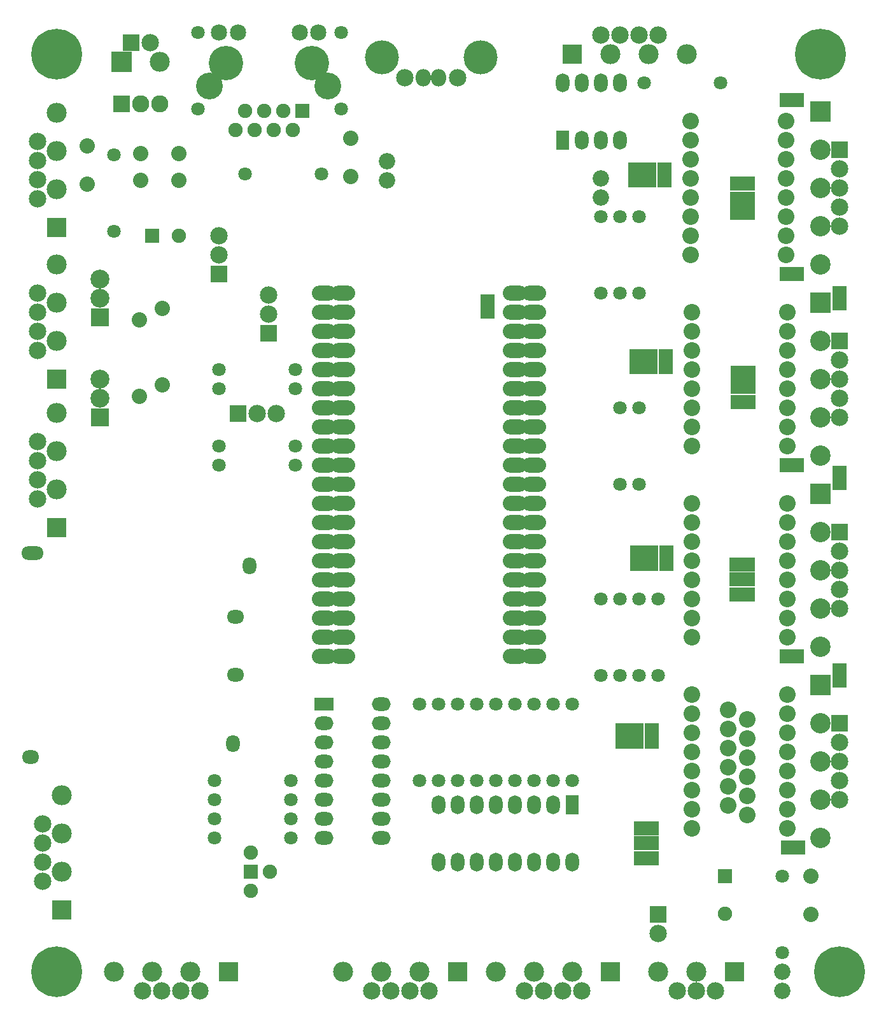
<source format=gbs>
G04 (created by PCBNEW-RS274X (2012-02-06 BZR 3180)-stable) date Sun 03 Jun 2012 09:51:07 PM CEST*
G01*
G70*
G90*
%MOIN*%
G04 Gerber Fmt 3.4, Leading zero omitted, Abs format*
%FSLAX34Y34*%
G04 APERTURE LIST*
%ADD10C,0.006000*%
%ADD11R,0.104600X0.104600*%
%ADD12C,0.104600*%
%ADD13C,0.090900*%
%ADD14R,0.071200X0.098700*%
%ADD15O,0.071200X0.098700*%
%ADD16C,0.266100*%
%ADD17C,0.071200*%
%ADD18C,0.090000*%
%ADD19R,0.090000X0.090000*%
%ADD20C,0.086900*%
%ADD21R,0.098700X0.071200*%
%ADD22O,0.098700X0.071200*%
%ADD23R,0.106600X0.106600*%
%ADD24R,0.090900X0.090900*%
%ADD25C,0.106600*%
%ADD26O,0.126300X0.079100*%
%ADD27R,0.077000X0.067200*%
%ADD28R,0.067200X0.077000*%
%ADD29C,0.180000*%
%ADD30R,0.075000X0.075000*%
%ADD31C,0.075000*%
%ADD32C,0.140000*%
%ADD33C,0.085000*%
%ADD34C,0.080000*%
%ADD35C,0.086000*%
%ADD36C,0.098700*%
%ADD37R,0.094800X0.094800*%
%ADD38O,0.070900X0.090400*%
%ADD39O,0.090400X0.070900*%
%ADD40O,0.117800X0.070900*%
%ADD41O,0.079100X0.090900*%
%ADD42C,0.177500*%
G04 APERTURE END LIST*
G54D10*
G54D11*
X49500Y-64000D03*
G54D12*
X47500Y-64000D03*
G54D13*
X48500Y-65000D03*
X47500Y-65000D03*
X46500Y-65000D03*
G54D12*
X45500Y-64000D03*
G54D14*
X40500Y-20500D03*
G54D15*
X41500Y-20500D03*
X42500Y-20500D03*
X43500Y-20500D03*
X43500Y-17500D03*
X42500Y-17500D03*
X41500Y-17500D03*
X40500Y-17500D03*
G54D16*
X14000Y-16000D03*
X54000Y-16000D03*
X14000Y-64000D03*
X55000Y-64000D03*
G54D17*
X26250Y-57000D03*
X22250Y-57000D03*
X41000Y-54000D03*
X41000Y-50000D03*
X40000Y-54000D03*
X40000Y-50000D03*
X23850Y-22250D03*
X27850Y-22250D03*
X26250Y-56000D03*
X22250Y-56000D03*
X37000Y-54000D03*
X37000Y-50000D03*
X45500Y-44500D03*
X45500Y-48500D03*
X35000Y-54000D03*
X35000Y-50000D03*
X33000Y-54000D03*
X33000Y-50000D03*
X42500Y-48500D03*
X42500Y-44500D03*
X34000Y-54000D03*
X34000Y-50000D03*
X38000Y-54000D03*
X38000Y-50000D03*
X26500Y-33500D03*
X22500Y-33500D03*
X43500Y-48500D03*
X43500Y-44500D03*
X26500Y-32500D03*
X22500Y-32500D03*
X44500Y-44500D03*
X44500Y-48500D03*
X43500Y-38500D03*
X43500Y-34500D03*
X17000Y-25250D03*
X17000Y-21250D03*
X44500Y-34500D03*
X44500Y-38500D03*
X36000Y-50000D03*
X36000Y-54000D03*
X43500Y-28500D03*
X43500Y-24500D03*
X26500Y-37500D03*
X22500Y-37500D03*
X26500Y-36500D03*
X22500Y-36500D03*
X44500Y-24500D03*
X44500Y-28500D03*
X52000Y-63000D03*
X52000Y-59000D03*
X42500Y-24500D03*
X42500Y-28500D03*
X21400Y-18850D03*
X21400Y-14850D03*
X28900Y-18850D03*
X28900Y-14850D03*
X48750Y-17500D03*
X44750Y-17500D03*
X39000Y-54000D03*
X39000Y-50000D03*
X26250Y-54000D03*
X22250Y-54000D03*
X26250Y-55000D03*
X22250Y-55000D03*
G54D18*
X19400Y-18600D03*
X18400Y-18600D03*
G54D19*
X17400Y-18600D03*
G54D11*
X14000Y-25050D03*
G54D12*
X14000Y-23050D03*
X14000Y-21050D03*
X14000Y-19050D03*
G54D13*
X13000Y-23550D03*
X13000Y-22550D03*
X13000Y-21550D03*
X13000Y-20550D03*
G54D20*
X47250Y-29500D03*
X47250Y-30500D03*
X47250Y-31500D03*
X47250Y-32500D03*
X47250Y-33500D03*
X47250Y-34500D03*
X47250Y-35500D03*
X47250Y-36500D03*
X52250Y-36500D03*
X52250Y-35500D03*
X52250Y-34500D03*
X52250Y-33500D03*
X52250Y-32500D03*
X52250Y-31500D03*
X52250Y-30500D03*
X52250Y-29500D03*
X47250Y-39500D03*
X47250Y-40500D03*
X47250Y-41500D03*
X47250Y-42500D03*
X47250Y-43500D03*
X47250Y-44500D03*
X47250Y-45500D03*
X47250Y-46500D03*
X52250Y-46500D03*
X52250Y-45500D03*
X52250Y-44500D03*
X52250Y-43500D03*
X52250Y-42500D03*
X52250Y-41500D03*
X52250Y-40500D03*
X52250Y-39500D03*
G54D11*
X41000Y-16000D03*
G54D12*
X43000Y-16000D03*
X45000Y-16000D03*
X47000Y-16000D03*
G54D13*
X42500Y-15000D03*
X43500Y-15000D03*
X44500Y-15000D03*
X45500Y-15000D03*
G54D14*
X41000Y-55250D03*
G54D15*
X40000Y-55250D03*
X39000Y-55250D03*
X38000Y-55250D03*
X37000Y-55250D03*
X36000Y-55250D03*
X35000Y-55250D03*
X34000Y-55250D03*
X34000Y-58250D03*
X35000Y-58250D03*
X36000Y-58250D03*
X37000Y-58250D03*
X38000Y-58250D03*
X39000Y-58250D03*
X40000Y-58250D03*
X41000Y-58250D03*
G54D21*
X28000Y-50000D03*
G54D22*
X28000Y-51000D03*
X28000Y-52000D03*
X28000Y-53000D03*
X28000Y-54000D03*
X28000Y-55000D03*
X28000Y-56000D03*
X28000Y-57000D03*
X31000Y-57000D03*
X31000Y-56000D03*
X31000Y-55000D03*
X31000Y-54000D03*
X31000Y-53000D03*
X31000Y-52000D03*
X31000Y-51000D03*
X31000Y-50000D03*
G54D23*
X17400Y-16400D03*
G54D12*
X19400Y-16400D03*
G54D24*
X17900Y-15400D03*
G54D13*
X18900Y-15400D03*
G54D11*
X14000Y-33000D03*
G54D12*
X14000Y-31000D03*
X14000Y-29000D03*
X14000Y-27000D03*
G54D13*
X13000Y-31500D03*
X13000Y-30500D03*
X13000Y-29500D03*
X13000Y-28500D03*
G54D11*
X14250Y-60750D03*
G54D12*
X14250Y-58750D03*
X14250Y-56750D03*
X14250Y-54750D03*
G54D13*
X13250Y-59250D03*
X13250Y-58250D03*
X13250Y-57250D03*
X13250Y-56250D03*
G54D11*
X23000Y-64000D03*
G54D12*
X21000Y-64000D03*
X19000Y-64000D03*
X17000Y-64000D03*
G54D13*
X21500Y-65000D03*
X20500Y-65000D03*
X19500Y-65000D03*
X18500Y-65000D03*
G54D11*
X43000Y-64000D03*
G54D12*
X41000Y-64000D03*
X39000Y-64000D03*
X37000Y-64000D03*
G54D13*
X41500Y-65000D03*
X40500Y-65000D03*
X39500Y-65000D03*
X38500Y-65000D03*
G54D11*
X14000Y-40750D03*
G54D12*
X14000Y-38750D03*
X14000Y-36750D03*
X14000Y-34750D03*
G54D13*
X13000Y-39250D03*
X13000Y-38250D03*
X13000Y-37250D03*
X13000Y-36250D03*
G54D11*
X35000Y-64000D03*
G54D12*
X33000Y-64000D03*
X31000Y-64000D03*
X29000Y-64000D03*
G54D13*
X33500Y-65000D03*
X32500Y-65000D03*
X31500Y-65000D03*
X30500Y-65000D03*
G54D23*
X54000Y-49000D03*
G54D25*
X54000Y-51000D03*
X54000Y-53000D03*
X54000Y-55000D03*
G54D24*
X55000Y-51000D03*
G54D13*
X55000Y-52000D03*
X55000Y-53000D03*
X55000Y-54000D03*
G54D25*
X54000Y-57000D03*
G54D13*
X55000Y-55000D03*
G54D23*
X54000Y-39000D03*
G54D25*
X54000Y-41000D03*
X54000Y-43000D03*
X54000Y-45000D03*
G54D24*
X55000Y-41000D03*
G54D13*
X55000Y-42000D03*
X55000Y-43000D03*
X55000Y-44000D03*
G54D25*
X54000Y-47000D03*
G54D13*
X55000Y-45000D03*
G54D23*
X54000Y-19000D03*
G54D25*
X54000Y-21000D03*
X54000Y-23000D03*
X54000Y-25000D03*
G54D24*
X55000Y-21000D03*
G54D13*
X55000Y-22000D03*
X55000Y-23000D03*
X55000Y-24000D03*
G54D25*
X54000Y-27000D03*
G54D13*
X55000Y-25000D03*
G54D23*
X54000Y-29000D03*
G54D25*
X54000Y-31000D03*
X54000Y-33000D03*
X54000Y-35000D03*
G54D24*
X55000Y-31000D03*
G54D13*
X55000Y-32000D03*
X55000Y-33000D03*
X55000Y-34000D03*
G54D25*
X54000Y-37000D03*
G54D13*
X55000Y-35000D03*
G54D26*
X39000Y-28500D03*
X39000Y-29500D03*
X39000Y-30500D03*
X39000Y-31500D03*
X39000Y-32500D03*
X39000Y-33500D03*
X39000Y-34500D03*
X39000Y-35500D03*
X39000Y-36500D03*
X39000Y-37500D03*
X39000Y-38500D03*
X39000Y-39500D03*
X39000Y-40500D03*
X39000Y-41500D03*
X39000Y-42500D03*
X39000Y-43500D03*
X39000Y-44500D03*
X39000Y-45500D03*
X39000Y-46500D03*
X39000Y-47500D03*
X28000Y-47500D03*
X28000Y-46500D03*
X28000Y-45500D03*
X28000Y-44500D03*
X28000Y-43500D03*
X28000Y-42500D03*
X28000Y-41500D03*
X28000Y-40500D03*
X28000Y-39500D03*
X28000Y-38500D03*
X28000Y-37500D03*
X28000Y-36500D03*
X28000Y-35500D03*
X28000Y-34500D03*
X28000Y-33500D03*
X28000Y-32500D03*
X28000Y-31500D03*
X28000Y-30500D03*
X28000Y-29500D03*
X28000Y-28500D03*
X29000Y-28500D03*
X29000Y-29500D03*
X29000Y-30500D03*
X29000Y-31500D03*
X29000Y-32500D03*
X29000Y-33500D03*
X29000Y-34500D03*
X29000Y-35500D03*
X29000Y-36500D03*
X29000Y-37500D03*
X29000Y-38500D03*
X29000Y-39500D03*
X29000Y-40500D03*
X29000Y-41500D03*
X29000Y-42500D03*
X29000Y-43500D03*
X29000Y-44500D03*
X29000Y-45500D03*
X29000Y-46500D03*
X29000Y-47500D03*
X38000Y-47500D03*
X38000Y-46500D03*
X38000Y-45500D03*
X38000Y-44500D03*
X38000Y-43500D03*
X38000Y-42500D03*
X38000Y-41500D03*
X38000Y-40500D03*
X38000Y-39500D03*
X38000Y-38500D03*
X38000Y-37500D03*
X38000Y-36500D03*
X38000Y-35500D03*
X38000Y-34500D03*
X38000Y-33500D03*
X38000Y-32500D03*
X38000Y-31500D03*
X38000Y-30500D03*
X38000Y-29500D03*
X38000Y-28500D03*
G54D20*
X47200Y-19500D03*
X47200Y-20500D03*
X47200Y-21500D03*
X47200Y-22500D03*
X47200Y-23500D03*
X47200Y-24500D03*
X47200Y-25500D03*
X47200Y-26500D03*
X52200Y-26500D03*
X52200Y-25500D03*
X52200Y-24500D03*
X52200Y-23500D03*
X52200Y-22500D03*
X52200Y-21500D03*
X52200Y-20500D03*
X52200Y-19500D03*
X47250Y-49500D03*
X47250Y-50500D03*
X47250Y-51500D03*
X47250Y-52500D03*
X47250Y-53500D03*
X47250Y-54500D03*
X47250Y-55500D03*
X47250Y-56500D03*
X52250Y-56500D03*
X52250Y-55500D03*
X52250Y-54500D03*
X52250Y-53500D03*
X52250Y-52500D03*
X52250Y-51500D03*
X52250Y-50500D03*
X52250Y-49500D03*
G54D24*
X22500Y-27500D03*
G54D13*
X22500Y-26500D03*
X22500Y-25500D03*
G54D27*
X36550Y-28900D03*
X36550Y-29500D03*
G54D28*
X52200Y-18400D03*
X52800Y-18400D03*
X52800Y-27500D03*
X52200Y-27500D03*
G54D27*
X55000Y-28450D03*
X55000Y-29050D03*
G54D28*
X52800Y-37500D03*
X52200Y-37500D03*
G54D27*
X55000Y-37850D03*
X55000Y-38450D03*
G54D28*
X52800Y-47500D03*
X52200Y-47500D03*
G54D27*
X55000Y-48200D03*
X55000Y-48800D03*
G54D28*
X52850Y-57500D03*
X52250Y-57500D03*
G54D29*
X22850Y-16450D03*
X27350Y-16450D03*
G54D30*
X26850Y-18950D03*
G54D31*
X26350Y-19950D03*
X25850Y-18950D03*
X25350Y-19950D03*
X24850Y-18950D03*
X24350Y-19950D03*
X23850Y-18950D03*
X23350Y-19950D03*
G54D32*
X28200Y-17650D03*
X22000Y-17650D03*
G54D33*
X27700Y-14850D03*
X26710Y-14850D03*
X23490Y-14850D03*
X22500Y-14850D03*
G54D34*
X53500Y-59000D03*
X53500Y-61000D03*
X15600Y-22800D03*
X15600Y-20800D03*
X29400Y-22400D03*
X29400Y-20400D03*
X20400Y-21200D03*
X18400Y-21200D03*
X20400Y-22600D03*
X18400Y-22600D03*
G54D35*
X42500Y-23500D03*
X42500Y-22500D03*
X31300Y-22600D03*
X31300Y-21600D03*
G54D30*
X49000Y-59000D03*
G54D31*
X49000Y-60969D03*
G54D30*
X19000Y-25500D03*
G54D31*
X20378Y-25500D03*
G54D36*
X16250Y-33000D03*
X16250Y-34000D03*
G54D37*
X16250Y-35000D03*
G54D36*
X16250Y-27750D03*
X16250Y-28750D03*
G54D37*
X16250Y-29750D03*
G54D28*
X50240Y-22750D03*
X49590Y-24300D03*
X49590Y-22750D03*
X50240Y-23550D03*
X49590Y-23550D03*
X50240Y-24300D03*
X49620Y-34210D03*
X50270Y-32660D03*
X50270Y-34210D03*
X49620Y-33410D03*
X50270Y-33410D03*
X49620Y-32660D03*
X49560Y-44250D03*
X50210Y-42700D03*
X50210Y-44250D03*
X49560Y-43450D03*
X50210Y-43450D03*
X49560Y-42700D03*
X44550Y-58050D03*
X45200Y-56500D03*
X45200Y-58050D03*
X44550Y-57250D03*
X45200Y-57250D03*
X44550Y-56500D03*
G54D24*
X45500Y-61000D03*
G54D13*
X45500Y-62000D03*
G54D24*
X23500Y-34800D03*
G54D13*
X24500Y-34800D03*
X25500Y-34800D03*
G54D24*
X25100Y-30600D03*
G54D13*
X25100Y-29600D03*
X25100Y-28600D03*
G54D38*
X24081Y-42770D03*
G54D39*
X23364Y-45443D03*
X23364Y-48463D03*
X12616Y-52758D03*
G54D38*
X23222Y-52053D03*
G54D40*
X12719Y-42085D03*
G54D41*
X33205Y-17220D03*
X33995Y-17220D03*
G54D13*
X32225Y-17220D03*
G54D42*
X31015Y-16150D03*
X36185Y-16150D03*
G54D13*
X34975Y-17220D03*
G54D35*
X52000Y-64000D03*
X52000Y-65000D03*
G54D34*
X19520Y-33300D03*
X19520Y-29300D03*
X18315Y-33900D03*
X18315Y-29900D03*
G54D27*
X45840Y-22635D03*
X44290Y-21985D03*
X45840Y-21985D03*
X45040Y-22635D03*
X45040Y-21985D03*
X44290Y-22635D03*
X45900Y-32400D03*
X44350Y-31750D03*
X45900Y-31750D03*
X45100Y-32400D03*
X45100Y-31750D03*
X44350Y-32400D03*
X45940Y-42695D03*
X44390Y-42045D03*
X45940Y-42045D03*
X45140Y-42695D03*
X45140Y-42045D03*
X44390Y-42695D03*
X45165Y-51995D03*
X43615Y-51345D03*
X45165Y-51345D03*
X44365Y-51995D03*
X44365Y-51345D03*
X43615Y-51995D03*
G54D30*
X24155Y-58765D03*
G54D31*
X24155Y-57765D03*
X24155Y-59765D03*
X25155Y-58765D03*
G54D20*
X50150Y-55800D03*
X49150Y-55300D03*
X50150Y-54800D03*
X49150Y-54300D03*
X50150Y-53800D03*
X49150Y-53300D03*
X50150Y-52800D03*
X49150Y-52300D03*
X50150Y-51800D03*
X49150Y-51300D03*
X50150Y-50800D03*
X49150Y-50300D03*
M02*

</source>
